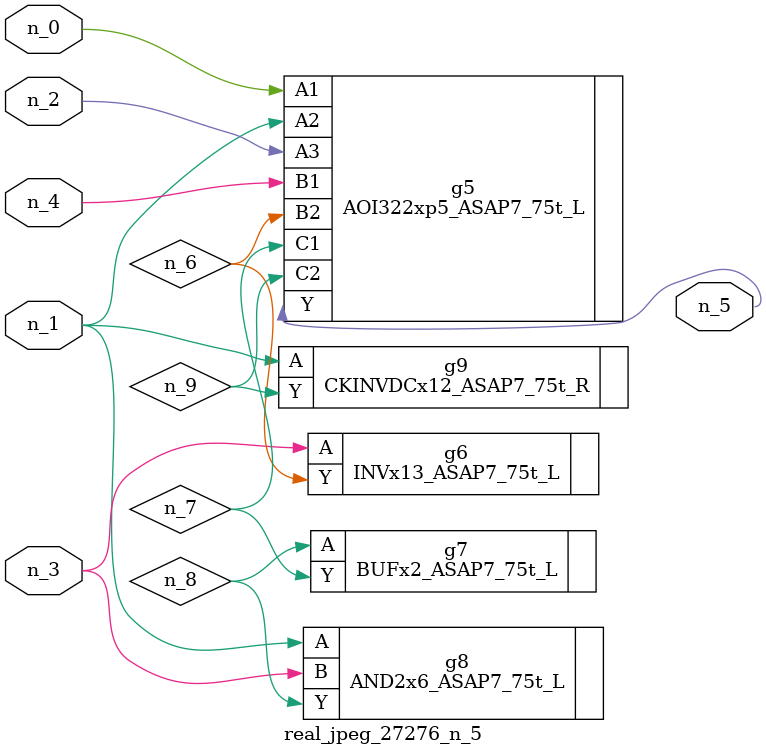
<source format=v>
module real_jpeg_27276_n_5 (n_4, n_0, n_1, n_2, n_3, n_5);

input n_4;
input n_0;
input n_1;
input n_2;
input n_3;

output n_5;

wire n_8;
wire n_6;
wire n_7;
wire n_9;

AOI322xp5_ASAP7_75t_L g5 ( 
.A1(n_0),
.A2(n_1),
.A3(n_2),
.B1(n_4),
.B2(n_6),
.C1(n_7),
.C2(n_9),
.Y(n_5)
);

AND2x6_ASAP7_75t_L g8 ( 
.A(n_1),
.B(n_3),
.Y(n_8)
);

CKINVDCx12_ASAP7_75t_R g9 ( 
.A(n_1),
.Y(n_9)
);

INVx13_ASAP7_75t_L g6 ( 
.A(n_3),
.Y(n_6)
);

BUFx2_ASAP7_75t_L g7 ( 
.A(n_8),
.Y(n_7)
);


endmodule
</source>
